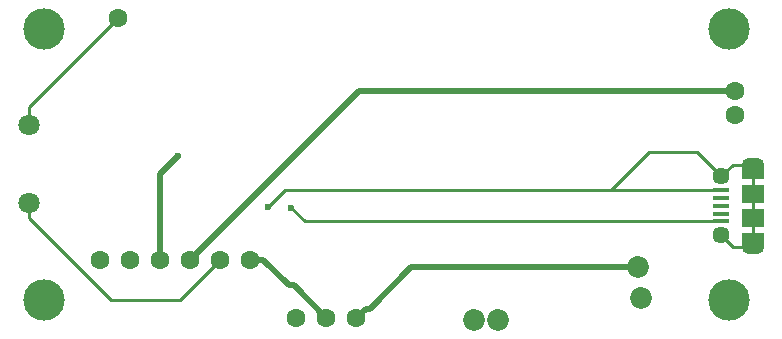
<source format=gbr>
G04 #@! TF.GenerationSoftware,KiCad,Pcbnew,5.0.0+dfsg1-2~bpo9+1*
G04 #@! TF.CreationDate,2018-10-04T21:41:33+01:00*
G04 #@! TF.ProjectId,rpi_pogo_battery_black,7270695F706F676F5F62617474657279,rev?*
G04 #@! TF.SameCoordinates,Original*
G04 #@! TF.FileFunction,Copper,L1,Top,Signal*
G04 #@! TF.FilePolarity,Positive*
%FSLAX46Y46*%
G04 Gerber Fmt 4.6, Leading zero omitted, Abs format (unit mm)*
G04 Created by KiCad (PCBNEW 5.0.0+dfsg1-2~bpo9+1) date Thu Oct  4 21:41:33 2018*
%MOMM*%
%LPD*%
G01*
G04 APERTURE LIST*
G04 #@! TA.AperFunction,ComponentPad*
%ADD10C,1.850000*%
G04 #@! TD*
G04 #@! TA.AperFunction,ComponentPad*
%ADD11C,1.600000*%
G04 #@! TD*
G04 #@! TA.AperFunction,ComponentPad*
%ADD12C,3.500000*%
G04 #@! TD*
G04 #@! TA.AperFunction,SMDPad,CuDef*
%ADD13R,1.900000X1.500000*%
G04 #@! TD*
G04 #@! TA.AperFunction,ComponentPad*
%ADD14C,1.450000*%
G04 #@! TD*
G04 #@! TA.AperFunction,SMDPad,CuDef*
%ADD15R,1.350000X0.400000*%
G04 #@! TD*
G04 #@! TA.AperFunction,ComponentPad*
%ADD16O,1.900000X1.200000*%
G04 #@! TD*
G04 #@! TA.AperFunction,SMDPad,CuDef*
%ADD17R,1.900000X1.200000*%
G04 #@! TD*
G04 #@! TA.AperFunction,ComponentPad*
%ADD18C,1.800000*%
G04 #@! TD*
G04 #@! TA.AperFunction,ViaPad*
%ADD19C,0.600000*%
G04 #@! TD*
G04 #@! TA.AperFunction,Conductor*
%ADD20C,0.250000*%
G04 #@! TD*
G04 #@! TA.AperFunction,Conductor*
%ADD21C,0.500000*%
G04 #@! TD*
G04 APERTURE END LIST*
D10*
G04 #@! TO.P,J2,4*
G04 #@! TO.N,Net-(J2-Pad4)*
X175260000Y-107924600D03*
G04 #@! TO.P,J2,1*
G04 #@! TO.N,Net-(J2-Pad1)*
X174942500Y-105321100D03*
G04 #@! TO.P,J2,3*
G04 #@! TO.N,Net-(J2-Pad3)*
X163131500Y-109766100D03*
G04 #@! TO.P,J2,2*
G04 #@! TO.N,Net-(J2-Pad2)*
X161099500Y-109766100D03*
G04 #@! TD*
D11*
G04 #@! TO.P,U2,1*
G04 #@! TO.N,Net-(U1-Pad3)*
X183159400Y-92405200D03*
G04 #@! TO.P,U2,2*
G04 #@! TO.N,Net-(U1-Pad4)*
X183159400Y-90373200D03*
G04 #@! TD*
G04 #@! TO.P,SW1,1*
G04 #@! TO.N,Net-(J2-Pad1)*
X151130000Y-109601000D03*
G04 #@! TO.P,SW1,2*
G04 #@! TO.N,Net-(SW1-Pad2)*
X148590000Y-109601000D03*
G04 #@! TO.P,SW1,3*
G04 #@! TO.N,Net-(SW1-Pad3)*
X146050000Y-109601000D03*
G04 #@! TD*
D12*
G04 #@! TO.P,REF\002A\002A,1*
G04 #@! TO.N,N/C*
X124700000Y-85100000D03*
G04 #@! TD*
G04 #@! TO.P,REF\002A\002A,1*
G04 #@! TO.N,N/C*
X124700000Y-108100000D03*
G04 #@! TD*
G04 #@! TO.P,REF\002A\002A,1*
G04 #@! TO.N,N/C*
X182700000Y-108100000D03*
G04 #@! TD*
G04 #@! TO.P,REF\002A\002A,1*
G04 #@! TO.N,N/C*
X182700000Y-85100000D03*
G04 #@! TD*
D13*
G04 #@! TO.P,J1,6*
G04 #@! TO.N,Net-(J1-Pad5)*
X184703200Y-99101400D03*
D14*
X182003200Y-102601400D03*
D15*
G04 #@! TO.P,J1,2*
G04 #@! TO.N,Net-(J1-Pad2)*
X182003200Y-100751400D03*
G04 #@! TO.P,J1,1*
G04 #@! TO.N,Net-(J1-Pad1)*
X182003200Y-101401400D03*
G04 #@! TO.P,J1,5*
G04 #@! TO.N,Net-(J1-Pad5)*
X182003200Y-98801400D03*
G04 #@! TO.P,J1,4*
G04 #@! TO.N,Net-(J1-Pad4)*
X182003200Y-99451400D03*
G04 #@! TO.P,J1,3*
G04 #@! TO.N,Net-(J1-Pad3)*
X182003200Y-100101400D03*
D14*
G04 #@! TO.P,J1,6*
G04 #@! TO.N,Net-(J1-Pad5)*
X182003200Y-97601400D03*
D13*
X184703200Y-101101400D03*
D16*
X184703200Y-103601400D03*
X184703200Y-96601400D03*
D17*
X184703200Y-97201400D03*
X184703200Y-103001400D03*
G04 #@! TD*
D18*
G04 #@! TO.P,SW2,1*
G04 #@! TO.N,Net-(J2-Pad4)*
X123444000Y-99872800D03*
G04 #@! TO.P,SW2,2*
G04 #@! TO.N,Net-(SW2-Pad2)*
X123444000Y-93268800D03*
G04 #@! TD*
D11*
G04 #@! TO.P,U1,1*
G04 #@! TO.N,Net-(J1-Pad1)*
X129413000Y-104673400D03*
G04 #@! TO.P,U1,2*
G04 #@! TO.N,Net-(J1-Pad5)*
X131953000Y-104673400D03*
G04 #@! TO.P,U1,3*
G04 #@! TO.N,Net-(U1-Pad3)*
X134493000Y-104673400D03*
G04 #@! TO.P,U1,4*
G04 #@! TO.N,Net-(U1-Pad4)*
X137033000Y-104673400D03*
G04 #@! TO.P,U1,5*
G04 #@! TO.N,Net-(J2-Pad4)*
X139573000Y-104673400D03*
G04 #@! TO.P,U1,6*
G04 #@! TO.N,Net-(SW1-Pad2)*
X142113000Y-104673400D03*
G04 #@! TO.P,U1,7*
G04 #@! TO.N,Net-(SW2-Pad2)*
X130937000Y-84226400D03*
G04 #@! TD*
D19*
G04 #@! TO.N,Net-(J1-Pad1)*
X145618200Y-100253800D03*
G04 #@! TO.N,Net-(J1-Pad5)*
X143687800Y-100203000D03*
G04 #@! TO.N,Net-(U1-Pad3)*
X136017000Y-95885000D03*
G04 #@! TD*
D20*
G04 #@! TO.N,Net-(J1-Pad1)*
X146765800Y-101401400D02*
X145618200Y-100253800D01*
X182003200Y-101401400D02*
X146765800Y-101401400D01*
G04 #@! TO.N,Net-(J1-Pad5)*
X183003200Y-96601400D02*
X184703200Y-96601400D01*
X182003200Y-97601400D02*
X183003200Y-96601400D01*
X183003200Y-103601400D02*
X184703200Y-103601400D01*
X182003200Y-102601400D02*
X183003200Y-103601400D01*
X184703200Y-97201400D02*
X184703200Y-103601400D01*
X145089400Y-98801400D02*
X143687800Y-100203000D01*
X182003200Y-98801400D02*
X173710600Y-98801400D01*
X173710600Y-98801400D02*
X172059600Y-98801400D01*
X172059600Y-98801400D02*
X172673800Y-98801400D01*
X172059600Y-98801400D02*
X145089400Y-98801400D01*
X172673800Y-98801400D02*
X175895000Y-95580200D01*
X179982000Y-95580200D02*
X182003200Y-97601400D01*
X175895000Y-95580200D02*
X179982000Y-95580200D01*
G04 #@! TO.N,Net-(SW1-Pad2)*
X141681200Y-104952800D02*
X141681200Y-104622600D01*
D21*
X143244370Y-104673400D02*
X145403370Y-106832400D01*
X142113000Y-104673400D02*
X143244370Y-104673400D01*
X145821400Y-106832400D02*
X148590000Y-109601000D01*
X145403370Y-106832400D02*
X145821400Y-106832400D01*
G04 #@! TO.N,Net-(J2-Pad1)*
X151929999Y-108801001D02*
X152310999Y-108801001D01*
X151130000Y-109601000D02*
X151929999Y-108801001D01*
X155790900Y-105321100D02*
X174942500Y-105321100D01*
X152310999Y-108801001D02*
X155790900Y-105321100D01*
D20*
G04 #@! TO.N,Net-(J2-Pad4)*
X139573000Y-104673400D02*
X136169400Y-108077000D01*
X130375408Y-108077000D02*
X123444000Y-101145592D01*
X123444000Y-101145592D02*
X123444000Y-99872800D01*
X136169400Y-108077000D02*
X130375408Y-108077000D01*
G04 #@! TO.N,Net-(SW2-Pad2)*
X123444000Y-91719400D02*
X123444000Y-93268800D01*
X130937000Y-84226400D02*
X123444000Y-91719400D01*
D21*
G04 #@! TO.N,Net-(U1-Pad3)*
X134493000Y-97409000D02*
X134493000Y-104673400D01*
X136017000Y-95885000D02*
X134493000Y-97409000D01*
G04 #@! TO.N,Net-(U1-Pad4)*
X151333200Y-90373200D02*
X137033000Y-104673400D01*
X183159400Y-90373200D02*
X151333200Y-90373200D01*
G04 #@! TD*
M02*

</source>
